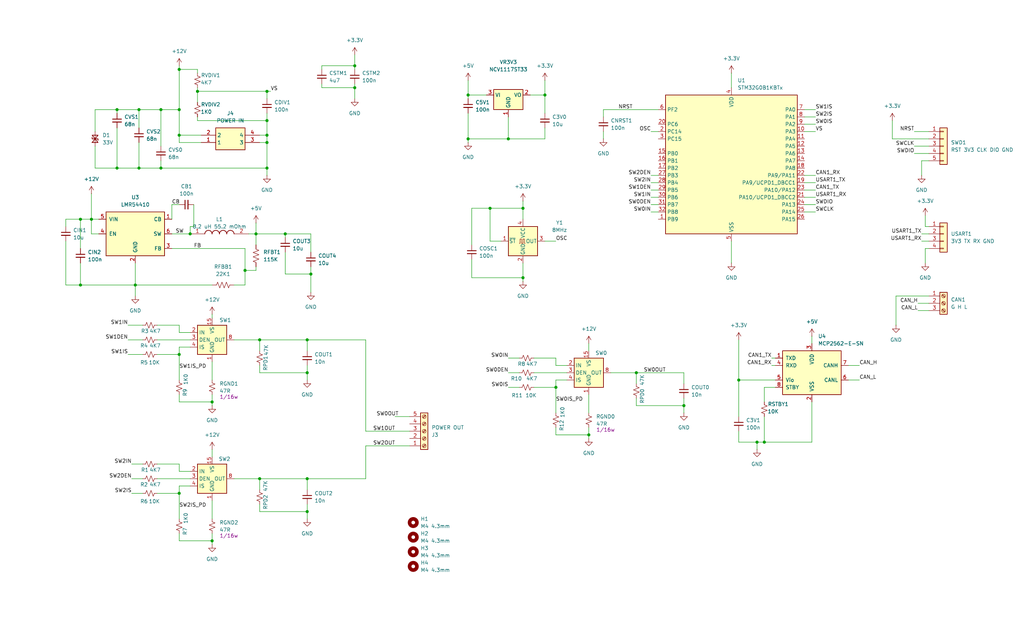
<source format=kicad_sch>
(kicad_sch (version 20250114) (generator "eeschema") (generator_version "9.0")
  (paper "USLegal")
  (title_block (title "Smart Triple High Side Switch") (date "2026-01-18") (rev "001") (company "Gordon McLellan"))
  (junction (at 99.06 81.28))
  (junction (at 92.71 31.75))
  (junction (at 46.99 99.06))
  (junction (at 92.71 41.91))
  (junction (at 40.64 58.42))
  (junction (at 193.04 134.62))
  (junction (at 107.95 95.25))
  (junction (at 55.88 58.42))
  (junction (at 88.9 81.28))
  (junction (at 62.23 38.1))
  (junction (at 90.17 118.11))
  (junction (at 27.94 99.06))
  (junction (at 90.17 166.37))
  (junction (at 66.04 81.28))
  (junction (at 256.54 132.08))
  (junction (at 55.88 38.1))
  (junction (at 181.61 72.39))
  (junction (at 92.71 58.42))
  (junction (at 220.98 129.54))
  (junction (at 123.19 30.48))
  (junction (at 62.23 171.45))
  (junction (at 106.68 129.54))
  (junction (at 265.43 153.67))
  (junction (at 62.23 123.19))
  (junction (at 237.49 140.97))
  (junction (at 48.26 38.1))
  (junction (at 40.64 38.1))
  (junction (at 181.61 96.52))
  (junction (at 73.66 139.7))
  (junction (at 85.09 93.98))
  (junction (at 92.71 49.53))
  (junction (at 162.56 33.02))
  (junction (at 73.66 187.96))
  (junction (at 106.68 118.11))
  (junction (at 62.23 46.99))
  (junction (at 106.68 166.37))
  (junction (at 262.89 153.67))
  (junction (at 162.56 48.26))
  (junction (at 92.71 46.99))
  (junction (at 68.58 31.75))
  (junction (at 31.75 76.2))
  (junction (at 170.18 72.39))
  (junction (at 123.19 22.86))
  (junction (at 27.94 76.2))
  (junction (at 106.68 177.8))
  (junction (at 48.26 58.42))
  (junction (at 204.47 151.13))
  (junction (at 62.23 24.13))
  (junction (at 176.53 48.26))
  (junction (at 189.23 33.02))
  (wire (pts (xy 68.58 25.4) (xy 68.58 24.13)))
  (wire (pts (xy 62.23 123.19) (xy 62.23 120.65)))
  (wire (pts (xy 55.88 38.1) (xy 55.88 50.8)))
  (wire (pts (xy 254 83.82) (xy 254 91.44)))
  (wire (pts (xy 62.23 123.19) (xy 62.23 132.08)))
  (wire (pts (xy 90.17 49.53) (xy 92.71 49.53)))
  (wire (pts (xy 189.23 33.02) (xy 189.23 39.37)))
  (wire (pts (xy 226.06 63.5) (xy 228.6 63.5)))
  (wire (pts (xy 262.89 153.67) (xy 262.89 156.21)))
  (wire (pts (xy 99.06 81.28) (xy 99.06 82.55)))
  (wire (pts (xy 44.45 123.19) (xy 49.53 123.19)))
  (wire (pts (xy 46.99 99.06) (xy 73.66 99.06)))
  (wire (pts (xy 317.5 53.34) (xy 322.58 53.34)))
  (wire (pts (xy 237.49 138.43) (xy 237.49 140.97)))
  (wire (pts (xy 33.02 38.1) (xy 40.64 38.1)))
  (wire (pts (xy 320.04 83.82) (xy 322.58 83.82)))
  (wire (pts (xy 107.95 95.25) (xy 107.95 92.71)))
  (wire (pts (xy 269.24 132.08) (xy 256.54 132.08)))
  (wire (pts (xy 176.53 129.54) (xy 180.34 129.54)))
  (wire (pts (xy 256.54 153.67) (xy 262.89 153.67)))
  (wire (pts (xy 88.9 81.28) (xy 99.06 81.28)))
  (wire (pts (xy 107.95 101.6) (xy 107.95 95.25)))
  (wire (pts (xy 220.98 140.97) (xy 237.49 140.97)))
  (wire (pts (xy 31.75 81.28) (xy 31.75 76.2)))
  (wire (pts (xy 106.68 166.37) (xy 127 166.37)))
  (wire (pts (xy 85.09 93.98) (xy 88.9 93.98)))
  (wire (pts (xy 123.19 22.86) (xy 123.19 24.13)))
  (wire (pts (xy 48.26 38.1) (xy 55.88 38.1)))
  (wire (pts (xy 81.28 118.11) (xy 90.17 118.11)))
  (wire (pts (xy 62.23 187.96) (xy 73.66 187.96)))
  (wire (pts (xy 90.17 118.11) (xy 106.68 118.11)))
  (wire (pts (xy 67.31 78.74) (xy 66.04 78.74)))
  (wire (pts (xy 267.97 124.46) (xy 269.24 124.46)))
  (wire (pts (xy 107.95 81.28) (xy 107.95 87.63)))
  (wire (pts (xy 73.66 156.21) (xy 73.66 158.75)))
  (wire (pts (xy 46.99 99.06) (xy 27.94 99.06)))
  (wire (pts (xy 176.53 124.46) (xy 180.34 124.46)))
  (wire (pts (xy 62.23 137.16) (xy 62.23 139.7)))
  (wire (pts (xy 111.76 30.48) (xy 123.19 30.48)))
  (wire (pts (xy 73.66 185.42) (xy 73.66 187.96)))
  (wire (pts (xy 54.61 118.11) (xy 66.04 118.11)))
  (wire (pts (xy 226.06 45.72) (xy 228.6 45.72)))
  (wire (pts (xy 181.61 72.39) (xy 181.61 76.2)))
  (wire (pts (xy 46.99 91.44) (xy 46.99 99.06)))
  (wire (pts (xy 209.55 45.72) (xy 209.55 48.26)))
  (wire (pts (xy 54.61 171.45) (xy 62.23 171.45)))
  (wire (pts (xy 162.56 48.26) (xy 162.56 49.53)))
  (wire (pts (xy 162.56 39.37) (xy 162.56 48.26)))
  (wire (pts (xy 317.5 45.72) (xy 322.58 45.72)))
  (wire (pts (xy 59.69 76.2) (xy 59.69 71.12)))
  (wire (pts (xy 170.18 83.82) (xy 170.18 72.39)))
  (wire (pts (xy 54.61 166.37) (xy 66.04 166.37)))
  (wire (pts (xy 281.94 153.67) (xy 281.94 139.7)))
  (wire (pts (xy 193.04 127) (xy 196.85 127)))
  (wire (pts (xy 68.58 31.75) (xy 92.71 31.75)))
  (wire (pts (xy 106.68 177.8) (xy 106.68 180.34)))
  (wire (pts (xy 34.29 76.2) (xy 31.75 76.2)))
  (wire (pts (xy 33.02 58.42) (xy 40.64 58.42)))
  (wire (pts (xy 88.9 81.28) (xy 88.9 85.09)))
  (wire (pts (xy 68.58 30.48) (xy 68.58 31.75)))
  (wire (pts (xy 193.04 124.46) (xy 193.04 127)))
  (wire (pts (xy 254 25.4) (xy 254 30.48)))
  (wire (pts (xy 99.06 81.28) (xy 107.95 81.28)))
  (wire (pts (xy 181.61 91.44) (xy 181.61 96.52)))
  (wire (pts (xy 90.17 129.54) (xy 106.68 129.54)))
  (wire (pts (xy 55.88 38.1) (xy 62.23 38.1)))
  (wire (pts (xy 185.42 124.46) (xy 193.04 124.46)))
  (wire (pts (xy 320.04 55.88) (xy 320.04 60.96)))
  (wire (pts (xy 31.75 67.31) (xy 31.75 76.2)))
  (wire (pts (xy 279.4 45.72) (xy 283.21 45.72)))
  (wire (pts (xy 189.23 33.02) (xy 189.23 27.94)))
  (wire (pts (xy 62.23 38.1) (xy 62.23 46.99)))
  (wire (pts (xy 209.55 38.1) (xy 228.6 38.1)))
  (wire (pts (xy 62.23 24.13) (xy 68.58 24.13)))
  (wire (pts (xy 176.53 40.64) (xy 176.53 48.26)))
  (wire (pts (xy 34.29 81.28) (xy 31.75 81.28)))
  (wire (pts (xy 73.66 137.16) (xy 73.66 139.7)))
  (wire (pts (xy 62.23 46.99) (xy 69.85 46.99)))
  (wire (pts (xy 204.47 148.59) (xy 204.47 151.13)))
  (wire (pts (xy 279.4 43.18) (xy 283.21 43.18)))
  (wire (pts (xy 279.4 60.96) (xy 283.21 60.96)))
  (wire (pts (xy 40.64 58.42) (xy 48.26 58.42)))
  (wire (pts (xy 193.04 151.13) (xy 204.47 151.13)))
  (wire (pts (xy 90.17 118.11) (xy 90.17 121.92)))
  (wire (pts (xy 294.64 127) (xy 298.45 127)))
  (wire (pts (xy 92.71 58.42) (xy 92.71 60.96)))
  (wire (pts (xy 66.04 78.74) (xy 66.04 81.28)))
  (wire (pts (xy 311.15 102.87) (xy 322.58 102.87)))
  (wire (pts (xy 68.58 31.75) (xy 68.58 35.56)))
  (wire (pts (xy 176.53 134.62) (xy 180.34 134.62)))
  (wire (pts (xy 279.4 68.58) (xy 283.21 68.58)))
  (wire (pts (xy 22.86 76.2) (xy 27.94 76.2)))
  (wire (pts (xy 86.36 81.28) (xy 88.9 81.28)))
  (wire (pts (xy 184.15 33.02) (xy 189.23 33.02)))
  (wire (pts (xy 33.02 38.1) (xy 33.02 45.72)))
  (wire (pts (xy 92.71 31.75) (xy 93.98 31.75)))
  (wire (pts (xy 73.66 187.96) (xy 73.66 189.23)))
  (wire (pts (xy 81.28 166.37) (xy 90.17 166.37)))
  (wire (pts (xy 256.54 149.86) (xy 256.54 153.67)))
  (wire (pts (xy 62.23 46.99) (xy 62.23 49.53)))
  (wire (pts (xy 92.71 31.75) (xy 92.71 34.29)))
  (wire (pts (xy 309.88 48.26) (xy 322.58 48.26)))
  (wire (pts (xy 54.61 161.29) (xy 62.23 161.29)))
  (wire (pts (xy 22.86 99.06) (xy 22.86 83.82)))
  (wire (pts (xy 237.49 129.54) (xy 237.49 133.35)))
  (wire (pts (xy 55.88 55.88) (xy 55.88 58.42)))
  (wire (pts (xy 279.4 73.66) (xy 283.21 73.66)))
  (wire (pts (xy 226.06 68.58) (xy 228.6 68.58)))
  (wire (pts (xy 322.58 86.36) (xy 321.31 86.36)))
  (wire (pts (xy 279.4 63.5) (xy 283.21 63.5)))
  (wire (pts (xy 189.23 83.82) (xy 193.04 83.82)))
  (wire (pts (xy 256.54 132.08) (xy 256.54 144.78)))
  (wire (pts (xy 59.69 86.36) (xy 85.09 86.36)))
  (wire (pts (xy 73.66 173.99) (xy 73.66 180.34)))
  (wire (pts (xy 68.58 41.91) (xy 92.71 41.91)))
  (wire (pts (xy 62.23 49.53) (xy 69.85 49.53)))
  (wire (pts (xy 265.43 153.67) (xy 281.94 153.67)))
  (wire (pts (xy 181.61 96.52) (xy 181.61 97.79)))
  (wire (pts (xy 45.72 171.45) (xy 49.53 171.45)))
  (wire (pts (xy 193.04 134.62) (xy 193.04 143.51)))
  (wire (pts (xy 163.83 72.39) (xy 163.83 85.09)))
  (wire (pts (xy 90.17 177.8) (xy 106.68 177.8)))
  (wire (pts (xy 237.49 140.97) (xy 237.49 143.51)))
  (wire (pts (xy 68.58 40.64) (xy 68.58 41.91)))
  (wire (pts (xy 111.76 22.86) (xy 123.19 22.86)))
  (wire (pts (xy 73.66 125.73) (xy 73.66 132.08)))
  (wire (pts (xy 62.23 24.13) (xy 62.23 38.1)))
  (wire (pts (xy 212.09 129.54) (xy 220.98 129.54)))
  (wire (pts (xy 127 149.86) (xy 127 118.11)))
  (wire (pts (xy 193.04 134.62) (xy 193.04 132.08)))
  (wire (pts (xy 90.17 127) (xy 90.17 129.54)))
  (wire (pts (xy 67.31 71.12) (xy 67.31 78.74)))
  (wire (pts (xy 85.09 99.06) (xy 85.09 93.98)))
  (wire (pts (xy 189.23 48.26) (xy 189.23 44.45)))
  (wire (pts (xy 265.43 153.67) (xy 265.43 144.78)))
  (wire (pts (xy 162.56 33.02) (xy 162.56 34.29)))
  (wire (pts (xy 322.58 55.88) (xy 320.04 55.88)))
  (wire (pts (xy 62.23 139.7) (xy 73.66 139.7)))
  (wire (pts (xy 193.04 148.59) (xy 193.04 151.13)))
  (wire (pts (xy 90.17 166.37) (xy 90.17 170.18)))
  (wire (pts (xy 127 118.11) (xy 106.68 118.11)))
  (wire (pts (xy 170.18 72.39) (xy 163.83 72.39)))
  (wire (pts (xy 181.61 96.52) (xy 163.83 96.52)))
  (wire (pts (xy 99.06 95.25) (xy 99.06 87.63)))
  (wire (pts (xy 163.83 96.52) (xy 163.83 90.17)))
  (wire (pts (xy 318.77 107.95) (xy 322.58 107.95)))
  (wire (pts (xy 320.04 81.28) (xy 322.58 81.28)))
  (wire (pts (xy 73.66 139.7) (xy 73.66 140.97)))
  (wire (pts (xy 294.64 132.08) (xy 298.45 132.08)))
  (wire (pts (xy 62.23 163.83) (xy 66.04 163.83)))
  (wire (pts (xy 279.4 71.12) (xy 283.21 71.12)))
  (wire (pts (xy 106.68 175.26) (xy 106.68 177.8)))
  (wire (pts (xy 40.64 44.45) (xy 40.64 58.42)))
  (wire (pts (xy 220.98 129.54) (xy 220.98 133.35)))
  (wire (pts (xy 170.18 72.39) (xy 181.61 72.39)))
  (wire (pts (xy 137.16 144.78) (xy 142.24 144.78)))
  (wire (pts (xy 123.19 30.48) (xy 123.19 34.29)))
  (wire (pts (xy 62.23 113.03) (xy 62.23 115.57)))
  (wire (pts (xy 44.45 113.03) (xy 49.53 113.03)))
  (wire (pts (xy 59.69 71.12) (xy 62.23 71.12)))
  (wire (pts (xy 181.61 69.85) (xy 181.61 72.39)))
  (wire (pts (xy 106.68 118.11) (xy 106.68 121.92)))
  (wire (pts (xy 62.23 120.65) (xy 66.04 120.65)))
  (wire (pts (xy 106.68 166.37) (xy 106.68 170.18)))
  (wire (pts (xy 185.42 134.62) (xy 193.04 134.62)))
  (wire (pts (xy 81.28 99.06) (xy 85.09 99.06)))
  (wire (pts (xy 279.4 38.1) (xy 283.21 38.1)))
  (wire (pts (xy 311.15 102.87) (xy 311.15 113.03)))
  (wire (pts (xy 90.17 175.26) (xy 90.17 177.8)))
  (wire (pts (xy 54.61 113.03) (xy 62.23 113.03)))
  (wire (pts (xy 162.56 48.26) (xy 176.53 48.26)))
  (wire (pts (xy 265.43 134.62) (xy 265.43 139.7)))
  (wire (pts (xy 88.9 93.98) (xy 88.9 92.71)))
  (wire (pts (xy 92.71 46.99) (xy 90.17 46.99)))
  (wire (pts (xy 62.23 171.45) (xy 62.23 180.34)))
  (wire (pts (xy 127 154.94) (xy 142.24 154.94)))
  (wire (pts (xy 85.09 86.36) (xy 85.09 93.98)))
  (wire (pts (xy 62.23 161.29) (xy 62.23 163.83)))
  (wire (pts (xy 48.26 58.42) (xy 55.88 58.42)))
  (wire (pts (xy 226.06 66.04) (xy 228.6 66.04)))
  (wire (pts (xy 162.56 27.94) (xy 162.56 33.02)))
  (wire (pts (xy 92.71 41.91) (xy 92.71 46.99)))
  (wire (pts (xy 226.06 60.96) (xy 228.6 60.96)))
  (wire (pts (xy 111.76 24.13) (xy 111.76 22.86)))
  (wire (pts (xy 256.54 118.11) (xy 256.54 132.08)))
  (wire (pts (xy 173.99 83.82) (xy 170.18 83.82)))
  (wire (pts (xy 322.58 78.74) (xy 321.31 78.74)))
  (wire (pts (xy 185.42 129.54) (xy 196.85 129.54)))
  (wire (pts (xy 226.06 73.66) (xy 228.6 73.66)))
  (wire (pts (xy 279.4 66.04) (xy 283.21 66.04)))
  (wire (pts (xy 204.47 151.13) (xy 204.47 152.4)))
  (wire (pts (xy 54.61 123.19) (xy 62.23 123.19)))
  (wire (pts (xy 193.04 132.08) (xy 196.85 132.08)))
  (wire (pts (xy 209.55 38.1) (xy 209.55 40.64)))
  (wire (pts (xy 106.68 127) (xy 106.68 129.54)))
  (wire (pts (xy 62.23 171.45) (xy 62.23 168.91)))
  (wire (pts (xy 92.71 49.53) (xy 92.71 58.42)))
  (wire (pts (xy 27.94 99.06) (xy 22.86 99.06)))
  (wire (pts (xy 176.53 48.26) (xy 189.23 48.26)))
  (wire (pts (xy 33.02 50.8) (xy 33.02 58.42)))
  (wire (pts (xy 267.97 127) (xy 269.24 127)))
  (wire (pts (xy 321.31 74.93) (xy 321.31 78.74)))
  (wire (pts (xy 127 154.94) (xy 127 166.37)))
  (wire (pts (xy 55.88 58.42) (xy 92.71 58.42)))
  (wire (pts (xy 220.98 129.54) (xy 237.49 129.54)))
  (wire (pts (xy 27.94 91.44) (xy 27.94 99.06)))
  (wire (pts (xy 90.17 166.37) (xy 106.68 166.37)))
  (wire (pts (xy 40.64 38.1) (xy 48.26 38.1)))
  (wire (pts (xy 73.66 109.22) (xy 73.66 110.49)))
  (wire (pts (xy 59.69 81.28) (xy 66.04 81.28)))
  (wire (pts (xy 269.24 134.62) (xy 265.43 134.62)))
  (wire (pts (xy 48.26 49.53) (xy 48.26 58.42)))
  (wire (pts (xy 45.72 161.29) (xy 49.53 161.29)))
  (wire (pts (xy 123.19 29.21) (xy 123.19 30.48)))
  (wire (pts (xy 44.45 118.11) (xy 49.53 118.11)))
  (wire (pts (xy 309.88 48.26) (xy 309.88 41.91)))
  (wire (pts (xy 45.72 166.37) (xy 49.53 166.37)))
  (wire (pts (xy 92.71 39.37) (xy 92.71 41.91)))
  (wire (pts (xy 107.95 95.25) (xy 99.06 95.25)))
  (wire (pts (xy 220.98 138.43) (xy 220.98 140.97)))
  (wire (pts (xy 46.99 99.06) (xy 46.99 102.87)))
  (wire (pts (xy 48.26 38.1) (xy 48.26 44.45)))
  (wire (pts (xy 111.76 29.21) (xy 111.76 30.48)))
  (wire (pts (xy 127 149.86) (xy 142.24 149.86)))
  (wire (pts (xy 279.4 40.64) (xy 283.21 40.64)))
  (wire (pts (xy 204.47 119.38) (xy 204.47 121.92)))
  (wire (pts (xy 22.86 76.2) (xy 22.86 78.74)))
  (wire (pts (xy 106.68 129.54) (xy 106.68 132.08)))
  (wire (pts (xy 204.47 137.16) (xy 204.47 143.51)))
  (wire (pts (xy 226.06 71.12) (xy 228.6 71.12)))
  (wire (pts (xy 317.5 50.8) (xy 322.58 50.8)))
  (wire (pts (xy 123.19 19.05) (xy 123.19 22.86)))
  (wire (pts (xy 27.94 76.2) (xy 31.75 76.2)))
  (wire (pts (xy 281.94 116.84) (xy 281.94 119.38)))
  (wire (pts (xy 62.23 115.57) (xy 66.04 115.57)))
  (wire (pts (xy 162.56 33.02) (xy 168.91 33.02)))
  (wire (pts (xy 318.77 105.41) (xy 322.58 105.41)))
  (wire (pts (xy 62.23 185.42) (xy 62.23 187.96)))
  (wire (pts (xy 27.94 86.36) (xy 27.94 76.2)))
  (wire (pts (xy 321.31 86.36) (xy 321.31 91.44)))
  (wire (pts (xy 40.64 38.1) (xy 40.64 39.37)))
  (wire (pts (xy 62.23 22.86) (xy 62.23 24.13)))
  (wire (pts (xy 88.9 77.47) (xy 88.9 81.28)))
  (wire (pts (xy 62.23 168.91) (xy 66.04 168.91)))
  (wire (pts (xy 92.71 46.99) (xy 92.71 49.53)))
  (wire (pts (xy 262.89 153.67) (xy 265.43 153.67)))
  (label "SW0OUT" (at 138.43 144.78 180))
  (label "VS" (at 93.98 31.75 0))
  (label "SW0IS" (at 176.53 134.62 180))
  (label "SW2DEN" (at 226.06 60.96 180))
  (label "SW1DEN" (at 226.06 66.04 180))
  (label "SW0DEN" (at 176.53 129.54 180))
  (label "SW2IN" (at 226.06 63.5 180))
  (label "CAN1_TX" (at 283.21 66.04 0))
  (label "NRST" (at 317.5 45.72 180))
  (label "SW0IN" (at 176.53 124.46 180))
  (label "SW2IN" (at 45.72 161.29 180))
  (label "SW1IN" (at 226.06 68.58 180))
  (label "CAN1_RX" (at 283.21 60.96 0))
  (label "SW1OUT" (at 129.54 149.86 0))
  (label "CAN1_RX" (at 267.97 127 180))
  (label "SWCLK" (at 283.21 73.66 0))
  (label "SW2IS_PD" (at 62.23 176.53 0))
  (label "SWDIO" (at 317.5 53.34 180))
  (label "SW0DEN" (at 226.06 71.12 180))
  (label "CAN_H" (at 298.45 127 0))
  (label "SW1IN" (at 44.45 113.03 180))
  (label "USART1_RX" (at 320.04 83.82 180))
  (label "CAN_H" (at 318.77 105.41 180))
  (label "SW" (at 60.96 81.28 0))
  (label "SW2OUT" (at 129.54 154.94 0))
  (label "SW1DEN" (at 44.45 118.11 180))
  (label "SW0OUT" (at 223.52 129.54 0))
  (label "USART1_TX" (at 320.04 81.28 180))
  (label "SW0IS" (at 283.21 43.18 0))
  (label "NRST" (at 219.71 38.1 180))
  (label "CAN_L" (at 318.77 107.95 180))
  (label "OSC" (at 226.06 45.72 180))
  (label "CAN_L" (at 298.45 132.08 0))
  (label "FB" (at 67.31 86.36 0))
  (label "SW2DEN" (at 45.72 166.37 180))
  (label "SW1IS" (at 283.21 38.1 0))
  (label "SWCLK" (at 317.5 50.8 180))
  (label "VS" (at 283.21 45.72 0))
  (label "SW1IS_PD" (at 62.23 128.27 0))
  (label "SWDIO" (at 283.21 71.12 0))
  (label "SW0IN" (at 226.06 73.66 180))
  (label "CB" (at 59.69 71.12 0))
  (label "OSC" (at 193.04 83.82 0))
  (label "SW2IS" (at 45.72 171.45 180))
  (label "USART1_RX" (at 283.21 68.58 0))
  (label "CAN1_TX" (at 267.97 124.46 180))
  (label "SW0IS_PD" (at 193.04 139.7 0))
  (label "SW2IS" (at 283.21 40.64 0))
  (label "USART1_TX" (at 283.21 63.5 0))
  (label "SW1IS" (at 44.45 123.19 180))
  (symbol (lib_id "Device:C_Small") (at 55.88 53.34 0) (unit 1)
    (property "Reference" "CVS0" (at 58.42 52.0762 0) (effects (justify left)))
    (property "Value" "68n" (at 58.42 54.6162 0) (effects (justify left)))
    (property "Footprint" "Capacitor_SMD:C_0603_1608Metric_Pad1.08x0.95mm_HandSolder" (effects (hide yes)))
    (property "Description" "Unpolarized capacitor, small symbol" (effects (hide yes)))
  )
  (symbol (lib_id "power:+5V") (at 162.56 27.94 0) (unit 1)
    (property "Reference" "#PWR012" (effects (hide yes)))
    (property "Value" "+5V" (at 162.56 22.86 0))
    (property "Description" "Power symbol creates a global label with name \"+5V\"" (effects (hide yes)))
  )
  (symbol (lib_id "Mechanical:MountingHole") (at 143.51 196.85 0) (unit 1) (in_bom no)
    (property "Reference" "H4" (at 146.05 195.5799 0) (effects (justify left)))
    (property "Value" "M4 4.3mm" (at 146.05 198.1199 0) (effects (justify left)))
    (property "Footprint" "MountingHole:MountingHole_4.3mm_M4" (effects (hide yes)))
    (property "Description" "Mounting Hole without connection" (effects (hide yes)))
  )
  (symbol (lib_id "Device:R_Small_US") (at 182.88 129.54 90) (unit 1)
    (property "Reference" "R10" (at 179.324 131.572 90))
    (property "Value" "4K7" (at 184.658 131.572 90))
    (property "Footprint" "Resistor_SMD:R_0603_1608Metric_Pad0.98x0.95mm_HandSolder" (effects (hide yes)))
    (property "Description" "Resistor, small US symbol" (effects (hide yes)))
  )
  (symbol (lib_id "Power_Management:BTS7004-1EPP") (at 73.66 166.37 0) (unit 1)
    (property "Reference" "SW2" (at 77.978 159.512 0))
    (property "Value" "BTS7002-1EPP" (effects (hide yes)))
    (property "Footprint" "SamacSys_Parts:SOP65P600X115-15N" (effects (hide yes)))
    (property "Datasheet" "https://mm.digikey.com/Volume0/opasdata/d220001/medias/docus/743/BTS7002-1EPP_v1.03_4-29-19.pdf" (effects (hide yes)))
    (property "Description" "Smart High-Side Power Switch, PROFET, One Channel, 12V, 21A" (effects (hide yes)))
  )
  (symbol (lib_id "Device:C_Small") (at 92.71 36.83 0) (unit 1)
    (property "Reference" "CDIV1" (at 95.25 35.5662 0) (effects (justify left)))
    (property "Value" "100n" (at 95.25 38.1062 0) (effects (justify left)))
    (property "Footprint" "Capacitor_SMD:C_0603_1608Metric_Pad1.08x0.95mm_HandSolder" (effects (hide yes)))
    (property "Description" "Unpolarized capacitor, small symbol" (effects (hide yes)))
  )
  (symbol (lib_id "power:GND") (at 106.68 132.08 0) (unit 1)
    (property "Reference" "#PWR07" (effects (hide yes)))
    (property "Value" "GND" (at 106.68 137.16 0))
    (property "Description" "Power symbol creates a global label with name \"GND\" , ground" (effects (hide yes)))
  )
  (symbol (lib_id "Power_Management:BTS7004-1EPP") (at 204.47 129.54 0) (unit 1)
    (property "Reference" "SW0" (at 208.788 122.682 0))
    (property "Value" "BTS7002-1EPP" (effects (hide yes)))
    (property "Footprint" "SamacSys_Parts:SOP65P600X115-15N" (effects (hide yes)))
    (property "Datasheet" "https://mm.digikey.com/Volume0/opasdata/d220001/medias/docus/743/BTS7002-1EPP_v1.03_4-29-19.pdf" (effects (hide yes)))
    (property "Description" "Smart High-Side Power Switch, PROFET, One Channel, 12V, 21A" (effects (hide yes)))
  )
  (symbol (lib_id "Power_Management:BTS7004-1EPP") (at 73.66 118.11 0) (unit 1)
    (property "Reference" "SW1" (at 78.232 111.252 0))
    (property "Value" "BTS7002-1EPP" (effects (hide yes)))
    (property "Footprint" "SamacSys_Parts:SOP65P600X115-15N" (effects (hide yes)))
    (property "Datasheet" "https://mm.digikey.com/Volume0/opasdata/d220001/medias/docus/743/BTS7002-1EPP_v1.03_4-29-19.pdf" (effects (hide yes)))
    (property "Description" "Smart High-Side Power Switch, PROFET, One Channel, 12V, 21A" (effects (hide yes)))
  )
  (symbol (lib_id "power:GND") (at 204.47 152.4 0) (unit 1)
    (property "Reference" "#PWR022" (effects (hide yes)))
    (property "Value" "GND" (at 204.47 157.48 0))
    (property "Description" "Power symbol creates a global label with name \"GND\" , ground" (effects (hide yes)))
  )
  (symbol (lib_id "Device:R_Small_US") (at 73.66 182.88 0) (unit 1)
    (property "Reference" "RGND2" (at 76.2 181.6099 0) (effects (justify left)))
    (property "Value" "47R" (at 76.2 184.1499 0) (effects (justify left)))
    (property "Footprint" "Resistor_SMD:R_0603_1608Metric_Pad0.98x0.95mm_HandSolder" (effects (hide yes)))
    (property "Description" "Resistor, small US symbol" (effects (hide yes)))
    (property "Wattage" "1/16w" (at 79.502 186.182 0))
  )
  (symbol (lib_id "power:GND") (at 209.55 48.26 0) (unit 1)
    (property "Reference" "#PWR020" (effects (hide yes)))
    (property "Value" "GND" (at 209.55 53.34 0))
    (property "Description" "Power symbol creates a global label with name \"GND\" , ground" (effects (hide yes)))
  )
  (symbol (lib_id "Device:C_Small") (at 189.23 41.91 0) (unit 1)
    (property "Reference" "C3V0" (at 191.77 40.6462 0) (effects (justify left)))
    (property "Value" "10u" (at 191.77 43.1862 0) (effects (justify left)))
    (property "Footprint" "Capacitor_SMD:C_0805_2012Metric_Pad1.18x1.45mm_HandSolder" (effects (hide yes)))
    (property "Description" "Unpolarized capacitor, small symbol" (effects (hide yes)))
  )
  (symbol (lib_id "power:GND") (at 107.95 101.6 0) (unit 1)
    (property "Reference" "#PWR036" (effects (hide yes)))
    (property "Value" "GND" (at 107.95 106.68 0))
    (property "Description" "Power symbol creates a global label with name \"GND\" , ground" (effects (hide yes)))
  )
  (symbol (lib_id "Device:R_Small_US") (at 265.43 142.24 180) (unit 1)
    (property "Reference" "RSTBY1" (at 270.256 140.462 0))
    (property "Value" "10K" (at 268.478 143.002 0))
    (property "Footprint" "Resistor_SMD:R_0603_1608Metric_Pad0.98x0.95mm_HandSolder" (effects (hide yes)))
    (property "Description" "Resistor, small US symbol" (effects (hide yes)))
  )
  (symbol (lib_id "Device:C_Small") (at 107.95 90.17 0) (unit 1)
    (property "Reference" "COUT4" (at 110.49 88.9062 0) (effects (justify left)))
    (property "Value" "10u" (at 110.49 91.4462 0) (effects (justify left)))
    (property "Footprint" "Capacitor_SMD:C_0805_2012Metric_Pad1.18x1.45mm_HandSolder" (effects (hide yes)))
    (property "Description" "Unpolarized capacitor, small symbol" (effects (hide yes)))
  )
  (symbol (lib_id "power:+3.3V") (at 254 25.4 0) (unit 1)
    (property "Reference" "#PWR017" (effects (hide yes)))
    (property "Value" "+3.3V" (at 254 20.32 0))
    (property "Description" "Power symbol creates a global label with name \"+3.3V\"" (effects (hide yes)))
  )
  (symbol (lib_id "power:GND") (at 321.31 91.44 0) (unit 1)
    (property "Reference" "#PWR024" (effects (hide yes)))
    (property "Value" "GND" (at 321.31 96.52 0))
    (property "Description" "Power symbol creates a global label with name \"GND\" , ground" (effects (hide yes)))
  )
  (symbol (lib_id "power:GND") (at 162.56 49.53 0) (unit 1)
    (property "Reference" "#PWR014" (effects (hide yes)))
    (property "Value" "GND" (at 162.56 54.61 0))
    (property "Description" "Power symbol creates a global label with name \"GND\" , ground" (effects (hide yes)))
  )
  (symbol (lib_id "Device:R_Small_US") (at 182.88 124.46 90) (unit 1)
    (property "Reference" "R8" (at 181.102 126.492 90))
    (property "Value" "4K7" (at 184.658 126.492 90))
    (property "Footprint" "Resistor_SMD:R_0603_1608Metric_Pad0.98x0.95mm_HandSolder" (effects (hide yes)))
    (property "Description" "Resistor, small US symbol" (effects (hide yes)))
  )
  (symbol (lib_id "Device:C_Small") (at 163.83 87.63 0) (unit 1)
    (property "Reference" "COSC1" (at 166.37 86.3662 0) (effects (justify left)))
    (property "Value" "100n" (at 166.37 88.9062 0) (effects (justify left)))
    (property "Footprint" "Capacitor_SMD:C_0603_1608Metric_Pad1.08x0.95mm_HandSolder" (effects (hide yes)))
    (property "Description" "Unpolarized capacitor, small symbol" (effects (hide yes)))
  )
  (symbol (lib_id "Device:R_Small_US") (at 68.58 27.94 180) (unit 1)
    (property "Reference" "RVDIV1" (at 73.152 26.162 0))
    (property "Value" "4K7" (at 71.628 28.702 0))
    (property "Footprint" "Resistor_SMD:R_0603_1608Metric_Pad0.98x0.95mm_HandSolder" (effects (hide yes)))
    (property "Description" "Resistor, small US symbol" (effects (hide yes)))
  )
  (symbol (lib_id "power:+12V") (at 62.23 22.86 0) (unit 1)
    (property "Reference" "#PWR010" (effects (hide yes)))
    (property "Value" "+12V" (at 62.23 17.78 0))
    (property "Description" "Power symbol creates a global label with name \"+12V\"" (effects (hide yes)))
  )
  (symbol (lib_id "power:+3.3V") (at 189.23 27.94 0) (unit 1)
    (property "Reference" "#PWR013" (effects (hide yes)))
    (property "Value" "+3.3V" (at 189.23 22.86 0))
    (property "Description" "Power symbol creates a global label with name \"+3.3V\"" (effects (hide yes)))
  )
  (symbol (lib_id "Device:R_Small_US") (at 62.23 134.62 180) (unit 1)
    (property "Reference" "R9" (at 64.262 136.398 90))
    (property "Value" "1K0" (at 64.516 131.826 90))
    (property "Footprint" "Resistor_SMD:R_0603_1608Metric_Pad0.98x0.95mm_HandSolder" (effects (hide yes)))
    (property "Description" "Resistor, small US symbol" (effects (hide yes)))
  )
  (symbol (lib_id "Device:R_Small_US") (at 220.98 135.89 180) (unit 1)
    (property "Reference" "RPD0" (at 223.012 137.668 90))
    (property "Value" "47K" (at 223.012 132.08 90))
    (property "Footprint" "Resistor_SMD:R_0603_1608Metric_Pad0.98x0.95mm_HandSolder" (effects (hide yes)))
    (property "Description" "Resistor, small US symbol" (effects (hide yes)))
  )
  (symbol (lib_id "Device:C_Small") (at 64.77 71.12 90) (unit 1)
    (property "Reference" "CB1" (at 64.7763 64.77 90))
    (property "Value" "100n" (at 64.7763 67.31 90))
    (property "Footprint" "Capacitor_SMD:C_0603_1608Metric_Pad1.08x0.95mm_HandSolder" (effects (hide yes)))
    (property "Description" "Unpolarized capacitor, small symbol" (effects (hide yes)))
  )
  (symbol (lib_id "power:GND") (at 262.89 156.21 0) (unit 1)
    (property "Reference" "#PWR011" (effects (hide yes)))
    (property "Value" "GND" (at 262.89 161.29 0))
    (property "Description" "Power symbol creates a global label with name \"GND\" , ground" (effects (hide yes)))
  )
  (symbol (lib_id "Device:C_Small") (at 22.86 81.28 0) (unit 1)
    (property "Reference" "CIN1" (at 25.4 80.0162 0) (effects (justify left)))
    (property "Value" "10u" (at 25.4 82.5562 0) (effects (justify left)))
    (property "Footprint" "Capacitor_SMD:C_1210_3225Metric_Pad1.33x2.70mm_HandSolder" (effects (hide yes)))
    (property "Description" "10uf / 50v" (effects (hide yes)))
  )
  (symbol (lib_id "Device:R_Small_US") (at 52.07 166.37 90) (unit 1)
    (property "Reference" "R2" (at 50.038 168.402 90))
    (property "Value" "4K7" (at 53.848 168.402 90))
    (property "Footprint" "Resistor_SMD:R_0603_1608Metric_Pad0.98x0.95mm_HandSolder" (effects (hide yes)))
    (property "Description" "Resistor, small US symbol" (effects (hide yes)))
  )
  (symbol (lib_id "Interface_CAN_LIN:MCP2562-E-SN") (at 281.94 129.54 0) (unit 1)
    (property "Reference" "U4" (at 284.0833 116.84 0) (effects (justify left)))
    (property "Value" "MCP2562-E-SN" (at 284.0833 119.38 0) (effects (justify left)))
    (property "Footprint" "Package_SO:SOIC-8_3.9x4.9mm_P1.27mm" (effects (hide yes)))
    (property "Datasheet" "http://ww1.microchip.com/downloads/en/DeviceDoc/25167A.pdf" (effects (hide yes)))
    (property "Description" "High-Speed CAN Transceiver, 1Mbps, 5V supply, Vio pin, -40C to +125C, SOIC-8" (effects (hide yes)))
  )
  (symbol (lib_id "power:GND") (at 320.04 60.96 0) (unit 1)
    (property "Reference" "#PWR08" (effects (hide yes)))
    (property "Value" "GND" (at 320.04 66.04 0))
    (property "Description" "Power symbol creates a global label with name \"GND\" , ground" (effects (hide yes)))
  )
  (symbol (lib_id "Mechanical:MountingHole") (at 143.51 186.69 0) (unit 1) (in_bom no)
    (property "Reference" "H2" (at 146.05 185.4199 0) (effects (justify left)))
    (property "Value" "M4 4.3mm" (at 146.05 187.9599 0) (effects (justify left)))
    (property "Footprint" "MountingHole:MountingHole_4.3mm_M4" (effects (hide yes)))
    (property "Description" "Mounting Hole without connection" (effects (hide yes)))
  )
  (symbol (lib_id "power:+12V") (at 73.66 156.21 0) (unit 1)
    (property "Reference" "#PWR02" (effects (hide yes)))
    (property "Value" "+12V" (at 73.66 151.13 0))
    (property "Description" "Power symbol creates a global label with name \"+12V\"" (effects (hide yes)))
  )
  (symbol (lib_id "power:GND") (at 106.68 180.34 0) (unit 1)
    (property "Reference" "#PWR05" (effects (hide yes)))
    (property "Value" "GND" (at 106.68 185.42 0))
    (property "Description" "Power symbol creates a global label with name \"GND\" , ground" (effects (hide yes)))
  )
  (symbol (lib_id "Connector:Screw_Terminal_01x03") (at 327.66 105.41 0) (unit 1)
    (property "Reference" "CAN1" (at 330.2 104.1399 0) (effects (justify left)))
    (property "Value" "G H L" (at 330.2 106.6799 0) (effects (justify left)))
    (property "Footprint" "TerminalBlock_Phoenix:TerminalBlock_Phoenix_MPT-0,5-3-2.54_1x03_P2.54mm_Horizontal" (effects (hide yes)))
    (property "Description" "Generic screw terminal, single row, 01x03, script generated (kicad-library-utils/schlib/autogen/connector/)" (effects (hide yes)))
  )
  (symbol (lib_id "Device:C_Small") (at 111.76 26.67 0) (unit 1)
    (property "Reference" "CSTM1" (at 114.3 25.4062 0) (effects (justify left)))
    (property "Value" "4u7" (at 114.3 27.9462 0) (effects (justify left)))
    (property "Footprint" "Capacitor_SMD:C_0805_2012Metric_Pad1.18x1.45mm_HandSolder" (effects (hide yes)))
    (property "Description" "Unpolarized capacitor, small symbol" (effects (hide yes)))
  )
  (symbol (lib_id "SamacSys_Parts:VP0265840000G") (at 69.85 46.99 0) (unit 1)
    (property "Reference" "J4" (at 80.01 39.37 0))
    (property "Value" "POWER IN" (at 80.01 41.91 0))
    (property "Footprint" "VP0265840000G" (effects (hide yes)))
    (property "Description" "PCB TERMINAL BLOCKS RISING CLAMP" (effects (hide yes)))
    (property "Height" "28.65" (effects (hide yes)))
    (property "Mouser Part Number" "649-VP02658400J0G" (effects (hide yes)))
    (property "Mouser Price/Stock" "https://www.mouser.co.uk/ProductDetail/Amphenol-Anytek/VP0265840000G?qs=Mv7BduZupUiuXKFvj82fng%3D%3D" (effects (hide yes)))
    (property "Manufacturer_Name" "Amphenol" (effects (hide yes)))
    (property "Manufacturer_Part_Number" "VP0265840000G" (effects (hide yes)))
  )
  (symbol (lib_id "power:+3.3V") (at 181.61 69.85 0) (unit 1)
    (property "Reference" "#PWR030" (effects (hide yes)))
    (property "Value" "+3.3V" (at 181.61 64.77 0))
    (property "Description" "Power symbol creates a global label with name \"+3.3V\"" (effects (hide yes)))
  )
  (symbol (lib_id "power:+3.3V") (at 123.19 19.05 0) (unit 1)
    (property "Reference" "#PWR018" (effects (hide yes)))
    (property "Value" "+3.3V" (at 123.19 13.97 0))
    (property "Description" "Power symbol creates a global label with name \"+3.3V\"" (effects (hide yes)))
  )
  (symbol (lib_id "Device:R_Small_US") (at 52.07 123.19 90) (unit 1)
    (property "Reference" "R5" (at 50.038 125.984 90))
    (property "Value" "10K" (at 53.594 125.984 90))
    (property "Footprint" "Resistor_SMD:R_0603_1608Metric_Pad0.98x0.95mm_HandSolder" (effects (hide yes)))
    (property "Description" "Resistor, small US symbol" (effects (hide yes)))
  )
  (symbol (lib_id "Device:R_Small_US") (at 52.07 171.45 90) (unit 1)
    (property "Reference" "R6" (at 50.038 174.244 90))
    (property "Value" "10K" (at 53.594 174.244 90))
    (property "Footprint" "Resistor_SMD:R_0603_1608Metric_Pad0.98x0.95mm_HandSolder" (effects (hide yes)))
    (property "Description" "Resistor, small US symbol" (effects (hide yes)))
  )
  (symbol (lib_id "Device:C_Small") (at 256.54 147.32 0) (unit 1)
    (property "Reference" "C3V1" (at 259.08 146.0562 0) (effects (justify left)))
    (property "Value" "100n" (at 259.08 148.5962 0) (effects (justify left)))
    (property "Footprint" "Capacitor_SMD:C_0603_1608Metric_Pad1.08x0.95mm_HandSolder" (effects (hide yes)))
    (property "Description" "Unpolarized capacitor, small symbol" (effects (hide yes)))
  )
  (symbol (lib_id "Device:C_Small") (at 209.55 43.18 0) (unit 1)
    (property "Reference" "CNRST1" (at 212.09 41.9162 0) (effects (justify left)))
    (property "Value" "100n" (at 212.09 44.4562 0) (effects (justify left)))
    (property "Footprint" "Capacitor_SMD:C_0603_1608Metric_Pad1.08x0.95mm_HandSolder" (effects (hide yes)))
    (property "Description" "Unpolarized capacitor, small symbol" (effects (hide yes)))
  )
  (symbol (lib_id "Device:C_Small") (at 106.68 124.46 0) (unit 1)
    (property "Reference" "COUT1" (at 109.22 123.1962 0) (effects (justify left)))
    (property "Value" "10n" (at 109.22 125.7362 0) (effects (justify left)))
    (property "Footprint" "Capacitor_SMD:C_0603_1608Metric_Pad1.08x0.95mm_HandSolder" (effects (hide yes)))
    (property "Description" "Unpolarized capacitor, small symbol" (effects (hide yes)))
  )
  (symbol (lib_id "Device:C_Small") (at 123.19 26.67 0) (unit 1)
    (property "Reference" "CSTM2" (at 125.73 25.4062 0) (effects (justify left)))
    (property "Value" "100n" (at 125.73 27.9462 0) (effects (justify left)))
    (property "Footprint" "Capacitor_SMD:C_0603_1608Metric_Pad1.08x0.95mm_HandSolder" (effects (hide yes)))
    (property "Description" "Unpolarized capacitor, small symbol" (effects (hide yes)))
  )
  (symbol (lib_id "Mechanical:MountingHole") (at 143.51 191.77 0) (unit 1) (in_bom no)
    (property "Reference" "H3" (at 146.05 190.4999 0) (effects (justify left)))
    (property "Value" "M4 4.3mm" (at 146.05 193.0399 0) (effects (justify left)))
    (property "Footprint" "MountingHole:MountingHole_4.3mm_M4" (effects (hide yes)))
    (property "Description" "Mounting Hole without connection" (effects (hide yes)))
  )
  (symbol (lib_id "Device:R_Small_US") (at 52.07 161.29 90) (unit 1)
    (property "Reference" "R1" (at 50.292 163.322 90))
    (property "Value" "4K7" (at 53.848 163.322 90))
    (property "Footprint" "Resistor_SMD:R_0603_1608Metric_Pad0.98x0.95mm_HandSolder" (effects (hide yes)))
    (property "Description" "Resistor, small US symbol" (effects (hide yes)))
  )
  (symbol (lib_id "power:GND") (at 181.61 97.79 0) (unit 1)
    (property "Reference" "#PWR031" (effects (hide yes)))
    (property "Value" "GND" (at 181.61 102.87 0))
    (property "Description" "Power symbol creates a global label with name \"GND\" , ground" (effects (hide yes)))
  )
  (symbol (lib_id "Device:R_Small_US") (at 73.66 134.62 0) (unit 1)
    (property "Reference" "RGND1" (at 76.2 133.3499 0) (effects (justify left)))
    (property "Value" "47R" (at 76.2 135.8899 0) (effects (justify left)))
    (property "Footprint" "Resistor_SMD:R_0603_1608Metric_Pad0.98x0.95mm_HandSolder" (effects (hide yes)))
    (property "Description" "Resistor, small US symbol" (effects (hide yes)))
    (property "Wattage" "1/16w" (at 79.502 137.922 0))
  )
  (symbol (lib_id "Device:R_Small_US") (at 182.88 134.62 90) (unit 1)
    (property "Reference" "R11" (at 179.578 137.414 90))
    (property "Value" "10K" (at 184.404 137.414 90))
    (property "Footprint" "Resistor_SMD:R_0603_1608Metric_Pad0.98x0.95mm_HandSolder" (effects (hide yes)))
    (property "Description" "Resistor, small US symbol" (effects (hide yes)))
  )
  (symbol (lib_id "power:+3.3V") (at 256.54 118.11 0) (unit 1)
    (property "Reference" "#PWR028" (effects (hide yes)))
    (property "Value" "+3.3V" (at 256.54 113.03 0))
    (property "Description" "Power symbol creates a global label with name \"+3.3V\"" (effects (hide yes)))
  )
  (symbol (lib_id "Device:R_Small_US") (at 52.07 113.03 90) (unit 1)
    (property "Reference" "R3" (at 50.292 115.062 90))
    (property "Value" "4K7" (at 53.848 115.062 90))
    (property "Footprint" "Resistor_SMD:R_0603_1608Metric_Pad0.98x0.95mm_HandSolder" (effects (hide yes)))
    (property "Description" "Resistor, small US symbol" (effects (hide yes)))
  )
  (symbol (lib_id "Device:R_Small_US") (at 204.47 146.05 0) (unit 1)
    (property "Reference" "RGND0" (at 207.01 144.7799 0) (effects (justify left)))
    (property "Value" "47R" (at 207.01 147.3199 0) (effects (justify left)))
    (property "Footprint" "Resistor_SMD:R_0603_1608Metric_Pad0.98x0.95mm_HandSolder" (effects (hide yes)))
    (property "Description" "Resistor, small US symbol" (effects (hide yes)))
    (property "Wattage" "1/16w" (at 210.312 149.352 0))
  )
  (symbol (lib_id "power:GND") (at 46.99 102.87 0) (unit 1)
    (property "Reference" "#PWR032" (effects (hide yes)))
    (property "Value" "GND" (at 46.99 107.95 0))
    (property "Description" "Power symbol creates a global label with name \"GND\" , ground" (effects (hide yes)))
  )
  (symbol (lib_id "Device:C_Small") (at 162.56 36.83 0) (unit 1)
    (property "Reference" "C5V1" (at 165.1 35.5662 0) (effects (justify left)))
    (property "Value" "100n" (at 165.1 38.1062 0) (effects (justify left)))
    (property "Footprint" "Capacitor_SMD:C_0603_1608Metric_Pad1.08x0.95mm_HandSolder" (effects (hide yes)))
    (property "Description" "Unpolarized capacitor, small symbol" (effects (hide yes)))
  )
  (symbol (lib_id "Connector_Generic:Conn_01x05") (at 327.66 50.8 0) (unit 1)
    (property "Reference" "SWD1" (at 330.2 49.5299 0) (effects (justify left)))
    (property "Value" "RST 3V3 CLK DIO GND" (at 330.2 52.0699 0) (effects (justify left)))
    (property "Footprint" "Connector_PinHeader_2.54mm:PinHeader_1x05_P2.54mm_Vertical" (effects (hide yes)))
    (property "Description" "Generic connector, single row, 01x05, script generated (kicad-library-utils/schlib/autogen/connector/)" (effects (hide yes)))
  )
  (symbol (lib_id "power:+12V") (at 31.75 67.31 0) (unit 1)
    (property "Reference" "#PWR026" (effects (hide yes)))
    (property "Value" "+12V" (at 31.75 62.23 0))
    (property "Description" "Power symbol creates a global label with name \"+12V\"" (effects (hide yes)))
  )
  (symbol (lib_id "Device:C_Small") (at 40.64 41.91 0) (unit 1)
    (property "Reference" "CVS1" (at 43.18 40.6462 0) (effects (justify left)))
    (property "Value" "68n" (at 43.18 43.1862 0) (effects (justify left)))
    (property "Footprint" "Capacitor_SMD:C_0603_1608Metric_Pad1.08x0.95mm_HandSolder" (effects (hide yes)))
    (property "Description" "Unpolarized capacitor, small symbol" (effects (hide yes)))
  )
  (symbol (lib_id "Mechanical:MountingHole") (at 143.51 181.61 0) (unit 1) (in_bom no)
    (property "Reference" "H1" (at 146.05 180.3399 0) (effects (justify left)))
    (property "Value" "M4 4.3mm" (at 146.05 182.8799 0) (effects (justify left)))
    (property "Footprint" "MountingHole:MountingHole_4.3mm_M4" (effects (hide yes)))
    (property "Description" "Mounting Hole without connection" (effects (hide yes)))
  )
  (symbol (lib_id "Device:C_Small") (at 237.49 135.89 0) (unit 1)
    (property "Reference" "COUT0" (at 240.03 134.6262 0) (effects (justify left)))
    (property "Value" "10n" (at 240.03 137.1662 0) (effects (justify left)))
    (property "Footprint" "Capacitor_SMD:C_0603_1608Metric_Pad1.08x0.95mm_HandSolder" (effects (hide yes)))
    (property "Description" "Unpolarized capacitor, small symbol" (effects (hide yes)))
  )
  (symbol (lib_id "Device:C_Small") (at 27.94 88.9 0) (unit 1)
    (property "Reference" "CIN2" (at 30.48 87.6362 0) (effects (justify left)))
    (property "Value" "100n" (at 30.48 90.1762 0) (effects (justify left)))
    (property "Footprint" "Capacitor_SMD:C_0603_1608Metric_Pad1.08x0.95mm_HandSolder" (effects (hide yes)))
    (property "Description" "100n / 100v" (effects (hide yes)))
  )
  (symbol (lib_id "power:+12V") (at 73.66 109.22 0) (unit 1)
    (property "Reference" "#PWR01" (effects (hide yes)))
    (property "Value" "+12V" (at 73.66 104.14 0))
    (property "Description" "Power symbol creates a global label with name \"+12V\"" (effects (hide yes)))
  )
  (symbol (lib_id "MCU_ST_STM32G0:STM32G0B1KBTx") (at 254 58.42 0) (unit 1)
    (property "Reference" "U1" (at 256.1433 27.94 0) (effects (justify left)))
    (property "Value" "STM32G0B1KBTx" (at 256.1433 30.48 0) (effects (justify left)))
    (property "Footprint" "Package_QFP:LQFP-32_7x7mm_P0.8mm" (effects (hide yes)))
    (property "Datasheet" "https://www.st.com/resource/en/datasheet/stm32g0b1kb.pdf" (effects (hide yes)))
    (property "Description" "STMicroelectronics Arm Cortex-M0+ MCU, 128KB flash, 144KB RAM, 64 MHz, 1.7-3.6V, 30 GPIO, LQFP32" (effects (hide yes)))
  )
  (symbol (lib_id "Device:R_US") (at 88.9 88.9 0) (unit 1)
    (property "Reference" "RFBT1" (at 91.44 87.6299 0) (effects (justify left)))
    (property "Value" "115K" (at 91.44 90.1699 0) (effects (justify left)))
    (property "Footprint" "Resistor_SMD:R_0603_1608Metric_Pad0.98x0.95mm_HandSolder" (effects (hide yes)))
    (property "Description" "Resistor, US symbol" (effects (hide yes)))
  )
  (symbol (lib_id "Device:D_TVS_Small") (at 33.02 48.26 90) (unit 1)
    (property "Reference" "D1" (at 35.56 46.9899 90) (effects (justify right)))
    (property "Value" "33V" (at 35.56 49.5299 90) (effects (justify right)))
    (property "Footprint" "Diode_SMD:D_SMA_Handsoldering" (effects (hide yes)))
    (property "Description" "Bidirectional transient-voltage-suppression diode, small symbol" (effects (hide yes)))
  )
  (symbol (lib_id "power:+3.3V") (at 309.88 41.91 0) (unit 1)
    (property "Reference" "#PWR029" (effects (hide yes)))
    (property "Value" "+3.3V" (at 309.88 36.83 0))
    (property "Description" "Power symbol creates a global label with name \"+3.3V\"" (effects (hide yes)))
  )
  (symbol (lib_id "power:+12V") (at 204.47 119.38 0) (unit 1)
    (property "Reference" "#PWR06" (effects (hide yes)))
    (property "Value" "+12V" (at 204.47 114.3 0))
    (property "Description" "Power symbol creates a global label with name \"+12V\"" (effects (hide yes)))
  )
  (symbol (lib_id "Connector_Generic:Conn_01x04") (at 327.66 81.28 0) (unit 1)
    (property "Reference" "USART1" (at 330.2 81.2799 0) (effects (justify left)))
    (property "Value" "3V3 TX RX GND" (at 330.2 83.8199 0) (effects (justify left)))
    (property "Footprint" "Connector_PinHeader_2.54mm:PinHeader_1x04_P2.54mm_Vertical" (effects (hide yes)))
    (property "Description" "Generic connector, single row, 01x04, script generated (kicad-library-utils/schlib/autogen/connector/)" (effects (hide yes)))
  )
  (symbol (lib_id "power:GND") (at 254 91.44 0) (unit 1)
    (property "Reference" "#PWR016" (effects (hide yes)))
    (property "Value" "GND" (at 254 96.52 0))
    (property "Description" "Power symbol creates a global label with name \"GND\" , ground" (effects (hide yes)))
  )
  (symbol (lib_id "power:GND") (at 311.15 113.03 0) (unit 1)
    (property "Reference" "#PWR025" (effects (hide yes)))
    (property "Value" "GND" (at 311.15 118.11 0))
    (property "Description" "Power symbol creates a global label with name \"GND\" , ground" (effects (hide yes)))
  )
  (symbol (lib_id "Device:C_Small") (at 106.68 172.72 0) (unit 1)
    (property "Reference" "COUT2" (at 109.22 171.4562 0) (effects (justify left)))
    (property "Value" "10n" (at 109.22 173.9962 0) (effects (justify left)))
    (property "Footprint" "Capacitor_SMD:C_0603_1608Metric_Pad1.08x0.95mm_HandSolder" (effects (hide yes)))
    (property "Description" "Unpolarized capacitor, small symbol" (effects (hide yes)))
  )
  (symbol (lib_id "Device:C_Small") (at 99.06 85.09 0) (unit 1)
    (property "Reference" "COUT3" (at 101.6 83.8262 0) (effects (justify left)))
    (property "Value" "10u" (at 101.6 86.3662 0) (effects (justify left)))
    (property "Footprint" "Capacitor_SMD:C_0805_2012Metric_Pad1.18x1.45mm_HandSolder" (effects (hide yes)))
    (property "Description" "Unpolarized capacitor, small symbol" (effects (hide yes)))
  )
  (symbol (lib_id "Device:R_Small_US") (at 193.04 146.05 180) (unit 1)
    (property "Reference" "R12" (at 195.072 147.828 90))
    (property "Value" "1K0" (at 195.326 143.256 90))
    (property "Footprint" "Resistor_SMD:R_0603_1608Metric_Pad0.98x0.95mm_HandSolder" (effects (hide yes)))
    (property "Description" "Resistor, small US symbol" (effects (hide yes)))
  )
  (symbol (lib_id "power:+3.3V") (at 321.31 74.93 0) (unit 1)
    (property "Reference" "#PWR021" (effects (hide yes)))
    (property "Value" "+3.3V" (at 321.31 69.85 0))
    (property "Description" "Power symbol creates a global label with name \"+3.3V\"" (effects (hide yes)))
  )
  (symbol (lib_id "Device:R_US") (at 77.47 99.06 90) (unit 1)
    (property "Reference" "RFBB1" (at 77.47 92.71 90))
    (property "Value" "22K1" (at 77.47 95.25 90))
    (property "Footprint" "Resistor_SMD:R_0603_1608Metric_Pad0.98x0.95mm_HandSolder" (effects (hide yes)))
    (property "Description" "Resistor, US symbol" (effects (hide yes)))
  )
  (symbol (lib_id "SamacSys_Parts:SRP5030HMT-8R2M") (at 66.04 81.28 0) (unit 1)
    (property "Reference" "L1" (at 76.2 76.2 0))
    (property "Value" "8.2 uH 55.2 mOhm" (at 76.2 78.74 0))
    (property "Footprint" "SRP5030HMT2R2M" (effects (hide yes)))
    (property "Datasheet" "https://www.bourns.com/docs/Product-Datasheets/SRP5030HMT.pdf" (effects (hide yes)))
    (property "Description" "Ind,5.2x5.6x2.8mm,8.2uH+/-20%,5.8A,shd" (effects (hide yes)))
    (property "Height" "3" (effects (hide yes)))
    (property "Mouser Part Number" "SRP5030HMT-8R2M" (effects (hide yes)))
    (property "Manufacturer_Name" "Bourns" (effects (hide yes)))
    (property "Manufacturer_Part_Number" "SRP5030HMT-8R2M" (effects (hide yes)))
  )
  (symbol (lib_id "power:+5V") (at 88.9 77.47 0) (unit 1)
    (property "Reference" "#PWR027" (effects (hide yes)))
    (property "Value" "+5V" (at 88.9 72.39 0))
    (property "Description" "Power symbol creates a global label with name \"+5V\"" (effects (hide yes)))
  )
  (symbol (lib_id "Oscillator:SG-5032CAN") (at 181.61 83.82 0) (unit 1)
    (property "Reference" "Y1" (at 194.31 77.3998 0))
    (property "Value" "8MHz" (at 194.31 79.9398 0))
    (property "Footprint" "3525_4pin_OSC:Oscillator_SMD_XO-4Pin_3.2x2.5mm_HandSoldering" (effects (hide yes)))
    (property "Datasheet" "https://www.mouser.com/datasheet/3/294/1/ECS_3225MVQ.pdf" (effects (hide yes)))
    (property "Description" "ECS-3225MVQ CMOS Clock Oscillator 8 MHz" (effects (hide yes)))
  )
  (symbol (lib_id "power:GND") (at 73.66 140.97 0) (unit 1)
    (property "Reference" "#PWR04" (effects (hide yes)))
    (property "Value" "GND" (at 73.66 146.05 0))
    (property "Description" "Power symbol creates a global label with name \"GND\" , ground" (effects (hide yes)))
  )
  (symbol (lib_id "Device:R_Small_US") (at 90.17 124.46 180) (unit 1)
    (property "Reference" "RPD1" (at 92.202 126.238 90))
    (property "Value" "47K" (at 92.456 121.666 90))
    (property "Footprint" "Resistor_SMD:R_0603_1608Metric_Pad0.98x0.95mm_HandSolder" (effects (hide yes)))
    (property "Description" "Resistor, small US symbol" (effects (hide yes)))
  )
  (symbol (lib_id "Regulator_Switching:LMR50410") (at 46.99 81.28 0) (unit 1)
    (property "Reference" "U3" (at 46.99 68.58 0))
    (property "Value" "LMR54410" (at 46.99 71.12 0))
    (property "Footprint" "Package_TO_SOT_SMD:SOT-23-6" (effects (hide yes)))
    (property "Datasheet" "https://www.ti.com/lit/gpn/lmr54410" (effects (hide yes)))
    (property "Description" "4V to 36V, 1A, 80-µA Iq synchronous SIMPLE SWITCHER® power converter" (effects (hide yes)))
  )
  (symbol (lib_id "power:GND") (at 123.19 34.29 0) (unit 1)
    (property "Reference" "#PWR019" (effects (hide yes)))
    (property "Value" "GND" (at 123.19 39.37 0))
    (property "Description" "Power symbol creates a global label with name \"GND\" , ground" (effects (hide yes)))
  )
  (symbol (lib_id "Device:R_Small_US") (at 90.17 172.72 180) (unit 1)
    (property "Reference" "RPD2" (at 92.202 174.498 90))
    (property "Value" "47K" (at 92.202 168.91 90))
    (property "Footprint" "Resistor_SMD:R_0603_1608Metric_Pad0.98x0.95mm_HandSolder" (effects (hide yes)))
    (property "Description" "Resistor, small US symbol" (effects (hide yes)))
  )
  (symbol (lib_id "Device:R_Small_US") (at 68.58 38.1 180) (unit 1)
    (property "Reference" "RVDIV2" (at 73.152 36.322 0))
    (property "Value" "1K0" (at 71.628 38.862 0))
    (property "Footprint" "Resistor_SMD:R_0603_1608Metric_Pad0.98x0.95mm_HandSolder" (effects (hide yes)))
    (property "Description" "Resistor, small US symbol" (effects (hide yes)))
  )
  (symbol (lib_id "Device:C_Small") (at 48.26 46.99 0) (unit 1)
    (property "Reference" "CVS2" (at 50.8 45.7262 0) (effects (justify left)))
    (property "Value" "68n" (at 50.8 48.2662 0) (effects (justify left)))
    (property "Footprint" "Capacitor_SMD:C_0603_1608Metric_Pad1.08x0.95mm_HandSolder" (effects (hide yes)))
    (property "Description" "Unpolarized capacitor, small symbol" (effects (hide yes)))
  )
  (symbol (lib_id "Device:R_Small_US") (at 62.23 182.88 180) (unit 1)
    (property "Reference" "R7" (at 64.262 184.658 90))
    (property "Value" "1K0" (at 64.516 180.086 90))
    (property "Footprint" "Resistor_SMD:R_0603_1608Metric_Pad0.98x0.95mm_HandSolder" (effects (hide yes)))
    (property "Description" "Resistor, small US symbol" (effects (hide yes)))
  )
  (symbol (lib_id "power:+5V") (at 281.94 116.84 0) (unit 1)
    (property "Reference" "#PWR015" (effects (hide yes)))
    (property "Value" "+5V" (at 281.94 111.76 0))
    (property "Description" "Power symbol creates a global label with name \"+5V\"" (effects (hide yes)))
  )
  (symbol (lib_id "power:GND") (at 237.49 143.51 0) (unit 1)
    (property "Reference" "#PWR023" (effects (hide yes)))
    (property "Value" "GND" (at 237.49 148.59 0))
    (property "Description" "Power symbol creates a global label with name \"GND\" , ground" (effects (hide yes)))
  )
  (symbol (lib_id "power:GND") (at 73.66 189.23 0) (unit 1)
    (property "Reference" "#PWR03" (effects (hide yes)))
    (property "Value" "GND" (at 73.66 194.31 0))
    (property "Description" "Power symbol creates a global label with name \"GND\" , ground" (effects (hide yes)))
  )
  (symbol (lib_id "Device:R_Small_US") (at 52.07 118.11 90) (unit 1)
    (property "Reference" "R4" (at 50.038 120.142 90))
    (property "Value" "4K7" (at 53.848 120.142 90))
    (property "Footprint" "Resistor_SMD:R_0603_1608Metric_Pad0.98x0.95mm_HandSolder" (effects (hide yes)))
    (property "Description" "Resistor, small US symbol" (effects (hide yes)))
  )
  (symbol (lib_id "PCM_SparkFun-Regulator:LM1117-3.3") (at 176.53 33.02 0) (unit 1)
    (property "Reference" "VR3V3" (at 176.53 21.59 0))
    (property "Value" "NCV1117ST33" (at 176.53 24.13 0))
    (property "Footprint" "PCM_SparkFun-Semiconductor-Standard:SOT-223-3_TabPin2" (effects (hide yes)))
    (property "Datasheet" "https://www.onsemi.com/download/data-sheet/pdf/ncp1117-d.pdf" (effects (hide yes)))
    (property "Description" "800mA Low-Dropout Linear Regulator, 3.3V fixed output, SOT-223" (effects (hide yes)))
    (property "PROD_ID" "IC-26292" (effects (hide yes)))
    (property "VMax" "15V" (effects (hide yes)))
    (property "IMax" "800mA" (effects (hide yes)))
  )
  (symbol (lib_id "power:GND") (at 92.71 60.96 0) (unit 1)
    (property "Reference" "#PWR09" (effects (hide yes)))
    (property "Value" "GND" (at 92.71 66.04 0))
    (property "Description" "Power symbol creates a global label with name \"GND\" , ground" (effects (hide yes)))
  )
  (symbol (lib_id "Connector:Screw_Terminal_01x05") (at 147.32 149.86 0) (mirror x) (unit 1)
    (property "Reference" "J3" (at 149.86 151.1301 0) (effects (justify left)))
    (property "Value" "POWER OUT" (at 149.86 148.5901 0) (effects (justify left)))
    (property "Footprint" "TerminalBlock_Phoenix:TerminalBlock_Phoenix_MKDS-3-5-5.08_1x05_P5.08mm_Horizontal" (effects (hide yes)))
    (property "Description" "Generic screw terminal, single row, 01x05, script generated (kicad-library-utils/schlib/autogen/connector/)" (effects (hide yes)))
  )
)
</source>
